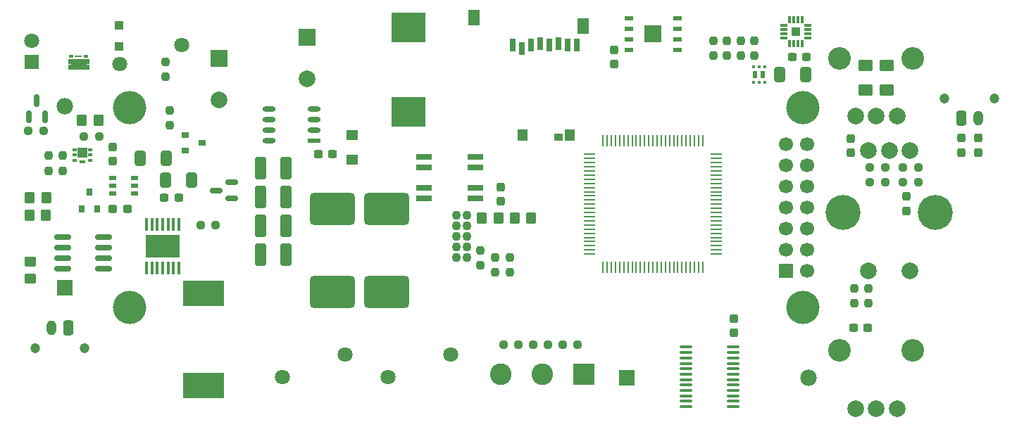
<source format=gts>
%TF.GenerationSoftware,KiCad,Pcbnew,6.0.0-2.fc35*%
%TF.CreationDate,2022-01-11T17:09:13-08:00*%
%TF.ProjectId,Doorbell,446f6f72-6265-46c6-9c2e-6b696361645f,A*%
%TF.SameCoordinates,Original*%
%TF.FileFunction,Soldermask,Top*%
%TF.FilePolarity,Negative*%
%FSLAX46Y46*%
G04 Gerber Fmt 4.6, Leading zero omitted, Abs format (unit mm)*
G04 Created by KiCad (PCBNEW 6.0.0-2.fc35) date 2022-01-11 17:09:13*
%MOMM*%
%LPD*%
G01*
G04 APERTURE LIST*
G04 Aperture macros list*
%AMRoundRect*
0 Rectangle with rounded corners*
0 $1 Rounding radius*
0 $2 $3 $4 $5 $6 $7 $8 $9 X,Y pos of 4 corners*
0 Add a 4 corners polygon primitive as box body*
4,1,4,$2,$3,$4,$5,$6,$7,$8,$9,$2,$3,0*
0 Add four circle primitives for the rounded corners*
1,1,$1+$1,$2,$3*
1,1,$1+$1,$4,$5*
1,1,$1+$1,$6,$7*
1,1,$1+$1,$8,$9*
0 Add four rect primitives between the rounded corners*
20,1,$1+$1,$2,$3,$4,$5,0*
20,1,$1+$1,$4,$5,$6,$7,0*
20,1,$1+$1,$6,$7,$8,$9,0*
20,1,$1+$1,$8,$9,$2,$3,0*%
G04 Aperture macros list end*
%ADD10C,0.010000*%
%ADD11RoundRect,0.250000X-0.412500X-0.650000X0.412500X-0.650000X0.412500X0.650000X-0.412500X0.650000X0*%
%ADD12RoundRect,0.237500X-0.237500X0.300000X-0.237500X-0.300000X0.237500X-0.300000X0.237500X0.300000X0*%
%ADD13RoundRect,0.237500X-0.300000X-0.237500X0.300000X-0.237500X0.300000X0.237500X-0.300000X0.237500X0*%
%ADD14RoundRect,0.237500X0.237500X-0.300000X0.237500X0.300000X-0.237500X0.300000X-0.237500X-0.300000X0*%
%ADD15R,1.400000X1.300000*%
%ADD16R,0.800000X1.500000*%
%ADD17R,1.000000X0.950000*%
%ADD18R,1.300000X1.400000*%
%ADD19R,1.400000X1.900000*%
%ADD20R,5.003800X3.098800*%
%ADD21R,0.300000X0.325000*%
%ADD22R,0.613000X0.950000*%
%ADD23R,0.480000X0.400000*%
%ADD24R,1.150000X1.300000*%
%ADD25R,0.710000X0.400000*%
%ADD26RoundRect,0.150000X0.150000X-0.587500X0.150000X0.587500X-0.150000X0.587500X-0.150000X-0.587500X0*%
%ADD27RoundRect,0.150000X0.587500X0.150000X-0.587500X0.150000X-0.587500X-0.150000X0.587500X-0.150000X0*%
%ADD28RoundRect,0.592800X2.157200X-1.357200X2.157200X1.357200X-2.157200X1.357200X-2.157200X-1.357200X0*%
%ADD29RoundRect,0.237500X-0.237500X0.250000X-0.237500X-0.250000X0.237500X-0.250000X0.237500X0.250000X0*%
%ADD30RoundRect,0.237500X0.250000X0.237500X-0.250000X0.237500X-0.250000X-0.237500X0.250000X-0.237500X0*%
%ADD31RoundRect,0.237500X-0.250000X-0.237500X0.250000X-0.237500X0.250000X0.237500X-0.250000X0.237500X0*%
%ADD32RoundRect,0.250000X-0.350000X-0.450000X0.350000X-0.450000X0.350000X0.450000X-0.350000X0.450000X0*%
%ADD33RoundRect,0.237500X0.237500X-0.250000X0.237500X0.250000X-0.237500X0.250000X-0.237500X-0.250000X0*%
%ADD34RoundRect,0.008100X-0.411900X-0.126900X0.411900X-0.126900X0.411900X0.126900X-0.411900X0.126900X0*%
%ADD35RoundRect,0.008100X-0.126900X-0.411900X0.126900X-0.411900X0.126900X0.411900X-0.126900X0.411900X0*%
%ADD36R,1.100000X1.100000*%
%ADD37RoundRect,0.100000X-0.637500X-0.100000X0.637500X-0.100000X0.637500X0.100000X-0.637500X0.100000X0*%
%ADD38R,1.100000X0.500000*%
%ADD39R,2.000000X2.000000*%
%ADD40R,1.800000X1.800000*%
%ADD41C,1.800000*%
%ADD42R,1.000000X1.000000*%
%ADD43R,0.800000X0.900000*%
%ADD44RoundRect,0.150000X0.825000X0.150000X-0.825000X0.150000X-0.825000X-0.150000X0.825000X-0.150000X0*%
%ADD45RoundRect,0.250000X-0.450000X0.350000X-0.450000X-0.350000X0.450000X-0.350000X0.450000X0.350000X0*%
%ADD46R,0.876300X0.508000*%
%ADD47R,0.500000X0.400000*%
%ADD48R,0.920000X0.285000*%
%ADD49R,0.355600X1.625600*%
%ADD50R,4.089400X2.743200*%
%ADD51RoundRect,0.250000X-0.412500X-1.100000X0.412500X-1.100000X0.412500X1.100000X-0.412500X1.100000X0*%
%ADD52R,1.550000X0.600000*%
%ADD53O,1.550000X0.600000*%
%ADD54RoundRect,0.250001X0.624999X-0.462499X0.624999X0.462499X-0.624999X0.462499X-0.624999X-0.462499X0*%
%ADD55C,2.000000*%
%ADD56R,4.038600X3.556000*%
%ADD57R,1.840000X0.640000*%
%ADD58R,0.900000X0.800000*%
%ADD59RoundRect,0.250000X0.350000X0.450000X-0.350000X0.450000X-0.350000X-0.450000X0.350000X-0.450000X0*%
%ADD60R,0.279400X1.473200*%
%ADD61R,1.473200X0.279400*%
%ADD62R,2.600000X2.600000*%
%ADD63C,2.600000*%
%ADD64C,2.006600*%
%ADD65C,2.717800*%
%ADD66C,1.200000*%
%ADD67RoundRect,0.250000X0.350000X0.650000X-0.350000X0.650000X-0.350000X-0.650000X0.350000X-0.650000X0*%
%ADD68O,1.200000X1.800000*%
%ADD69R,1.980000X1.980000*%
%ADD70C,1.980000*%
%ADD71RoundRect,0.250000X-0.350000X-0.650000X0.350000X-0.650000X0.350000X0.650000X-0.350000X0.650000X0*%
%ADD72C,4.000000*%
%ADD73R,1.700000X1.700000*%
%ADD74C,1.700000*%
%ADD75C,4.200000*%
%ADD76C,1.100000*%
G04 APERTURE END LIST*
D10*
X99523623Y-83650000D02*
X97023623Y-83650000D01*
X97023623Y-83650000D02*
X97023623Y-83075000D01*
X97023623Y-83075000D02*
X97373623Y-83075000D01*
X97373623Y-83075000D02*
X97373623Y-82975000D01*
X97373623Y-82975000D02*
X97023623Y-82975000D01*
X97023623Y-82975000D02*
X97023623Y-82400000D01*
X97023623Y-82400000D02*
X99523623Y-82400000D01*
X99523623Y-82400000D02*
X99523623Y-82975000D01*
X99523623Y-82975000D02*
X99173623Y-82975000D01*
X99173623Y-82975000D02*
X99173623Y-83075000D01*
X99173623Y-83075000D02*
X99523623Y-83075000D01*
X99523623Y-83075000D02*
X99523623Y-83650000D01*
G36*
X99523623Y-82975000D02*
G01*
X99173623Y-82975000D01*
X99173623Y-83075000D01*
X99523623Y-83075000D01*
X99523623Y-83650000D01*
X97023623Y-83650000D01*
X97023623Y-83075000D01*
X97373623Y-83075000D01*
X97373623Y-82975000D01*
X97023623Y-82975000D01*
X97023623Y-82400000D01*
X99523623Y-82400000D01*
X99523623Y-82975000D01*
G37*
X99523623Y-82975000D02*
X99173623Y-82975000D01*
X99173623Y-83075000D01*
X99523623Y-83075000D01*
X99523623Y-83650000D01*
X97023623Y-83650000D01*
X97023623Y-83075000D01*
X97373623Y-83075000D01*
X97373623Y-82975000D01*
X97023623Y-82975000D01*
X97023623Y-82400000D01*
X99523623Y-82400000D01*
X99523623Y-82975000D01*
D11*
X182571123Y-84295000D03*
X185696123Y-84295000D03*
D12*
X204413623Y-91932500D03*
X204413623Y-93657500D03*
X162673623Y-81290000D03*
X162673623Y-83015000D03*
X191163623Y-91980000D03*
X191163623Y-93705000D03*
X197841123Y-98982500D03*
X197841123Y-100707500D03*
D13*
X191471123Y-114755000D03*
X193196123Y-114755000D03*
D14*
X177043623Y-115390000D03*
X177043623Y-113665000D03*
D15*
X131163623Y-91605000D03*
X131163623Y-94505000D03*
D16*
X150463623Y-80755000D03*
X151563623Y-81155000D03*
X152663623Y-80755000D03*
X153763623Y-80555000D03*
X154863623Y-80755000D03*
X155963623Y-80555000D03*
X157063623Y-80755000D03*
X158163623Y-80755000D03*
D17*
X155963623Y-91840000D03*
D18*
X157353623Y-91615000D03*
X151653623Y-91615000D03*
D19*
X158953623Y-78465000D03*
X145803623Y-77465000D03*
D20*
X113353623Y-121694900D03*
X113353623Y-110595100D03*
D21*
X180763623Y-83360000D03*
X180113623Y-83360000D03*
X179463623Y-83360000D03*
D22*
X179647123Y-84285000D03*
D21*
X179463623Y-85210000D03*
X180113623Y-85210000D03*
X180763623Y-85210000D03*
D22*
X180580123Y-84285000D03*
D23*
X97848623Y-93975000D03*
X97848623Y-93325000D03*
X99718623Y-93325000D03*
X99718623Y-93975000D03*
D24*
X98783623Y-93690000D03*
D23*
X97848623Y-94625000D03*
X99718623Y-94625000D03*
D25*
X98783623Y-94750000D03*
D26*
X92333623Y-89342500D03*
X94233623Y-89342500D03*
X93283623Y-87467500D03*
D27*
X116731123Y-99185000D03*
X116731123Y-97285000D03*
X114856123Y-98235000D03*
D28*
X135373623Y-110495000D03*
X135373623Y-100495000D03*
X128853623Y-110485000D03*
X128853623Y-100485000D03*
D29*
X150123623Y-106292500D03*
X150123623Y-108117500D03*
D30*
X114766123Y-102415000D03*
X112941123Y-102415000D03*
D31*
X92271123Y-91095000D03*
X94096123Y-91095000D03*
D32*
X98673623Y-89795000D03*
X100673623Y-89795000D03*
D33*
X109223623Y-90427500D03*
X109223623Y-88602500D03*
D30*
X195253623Y-97205000D03*
X193428623Y-97205000D03*
D31*
X197428623Y-97205000D03*
X199253623Y-97205000D03*
X193428623Y-95485000D03*
X195253623Y-95485000D03*
X197428623Y-95485000D03*
X199253623Y-95485000D03*
D33*
X193283623Y-111817500D03*
X193283623Y-109992500D03*
X191563623Y-111817500D03*
X191563623Y-109992500D03*
D31*
X149369123Y-116789000D03*
X151194123Y-116789000D03*
X156493123Y-116789000D03*
X158318123Y-116789000D03*
D34*
X183078623Y-78365000D03*
X183078623Y-78865000D03*
X183078623Y-79365000D03*
X183078623Y-79865000D03*
D35*
X183763623Y-80550000D03*
X184263623Y-80550000D03*
X184763623Y-80550000D03*
X185263623Y-80550000D03*
D34*
X185948623Y-79865000D03*
X185948623Y-79365000D03*
X185948623Y-78865000D03*
X185948623Y-78365000D03*
D35*
X185263623Y-77680000D03*
X184763623Y-77680000D03*
X184263623Y-77680000D03*
X183763623Y-77680000D03*
D36*
X184513623Y-79115000D03*
D37*
X171301123Y-117100000D03*
X171301123Y-117750000D03*
X171301123Y-118400000D03*
X171301123Y-119050000D03*
X171301123Y-119700000D03*
X171301123Y-120350000D03*
X171301123Y-121000000D03*
X171301123Y-121650000D03*
X171301123Y-122300000D03*
X171301123Y-122950000D03*
X171301123Y-123600000D03*
X171301123Y-124250000D03*
X177026123Y-124250000D03*
X177026123Y-123600000D03*
X177026123Y-122950000D03*
X177026123Y-122300000D03*
X177026123Y-121650000D03*
X177026123Y-121000000D03*
X177026123Y-120350000D03*
X177026123Y-119700000D03*
X177026123Y-119050000D03*
X177026123Y-118400000D03*
X177026123Y-117750000D03*
X177026123Y-117100000D03*
D38*
X170263623Y-81290000D03*
X170263623Y-80020000D03*
X170263623Y-78750000D03*
X170263623Y-77480000D03*
X164463623Y-77480000D03*
X164463623Y-78750000D03*
X164463623Y-80020000D03*
X164463623Y-81290000D03*
D39*
X167363623Y-79385000D03*
D31*
X98961123Y-91735000D03*
X100786123Y-91735000D03*
X152927123Y-116789000D03*
X154752123Y-116789000D03*
D13*
X102411123Y-100485000D03*
X104136123Y-100485000D03*
D40*
X92703623Y-82765000D03*
D41*
X92703623Y-80225000D03*
D42*
X103183623Y-78385000D03*
X103183623Y-80885000D03*
D29*
X108773623Y-82732500D03*
X108773623Y-84557500D03*
D11*
X105701123Y-94355000D03*
X108826123Y-94355000D03*
D14*
X102423623Y-94697500D03*
X102423623Y-92972500D03*
D32*
X92403623Y-99105000D03*
X94403623Y-99105000D03*
D33*
X96393623Y-95887500D03*
X96393623Y-94062500D03*
X94673623Y-95887500D03*
X94673623Y-94062500D03*
D43*
X100563623Y-100465000D03*
X99613623Y-98465000D03*
X98663623Y-100465000D03*
D44*
X101298623Y-107620000D03*
X101298623Y-106350000D03*
X101298623Y-105080000D03*
X101298623Y-103810000D03*
X96348623Y-103810000D03*
X96348623Y-105080000D03*
X96348623Y-106350000D03*
X96348623Y-107620000D03*
D45*
X92483623Y-106825000D03*
X92483623Y-108825000D03*
D32*
X92393623Y-101265000D03*
X94393623Y-101265000D03*
D46*
X105058073Y-98635001D03*
X105058073Y-97685000D03*
X105058073Y-96734999D03*
X102429173Y-96734999D03*
X102429173Y-97685000D03*
X102429173Y-98635001D03*
D11*
X108751123Y-96975000D03*
X111876123Y-96975000D03*
D13*
X108621123Y-99115000D03*
X110346123Y-99115000D03*
D47*
X99173623Y-82050000D03*
D48*
X98273623Y-82050000D03*
D47*
X97373623Y-82050000D03*
D49*
X110363624Y-102333400D03*
X109713623Y-102333400D03*
X109063622Y-102333400D03*
X108413623Y-102333400D03*
X107763624Y-102333400D03*
X107113623Y-102333400D03*
X106463624Y-102333400D03*
X106463622Y-107616600D03*
X107113623Y-107616600D03*
X107763622Y-107616600D03*
X108413623Y-107616600D03*
X109063622Y-107616600D03*
X109713623Y-107616600D03*
X110363622Y-107616600D03*
D50*
X108413623Y-104975000D03*
D51*
X120141123Y-105935000D03*
X123266123Y-105935000D03*
X120141123Y-102475000D03*
X123266123Y-102475000D03*
X120141123Y-95555000D03*
X123266123Y-95555000D03*
X120141123Y-99015000D03*
X123266123Y-99015000D03*
D52*
X126593623Y-92270000D03*
D53*
X126593623Y-91000000D03*
X126593623Y-89730000D03*
X126593623Y-88460000D03*
X121193623Y-88460000D03*
X121193623Y-89730000D03*
X121193623Y-91000000D03*
X121193623Y-92270000D03*
D54*
X195473623Y-86162500D03*
X195473623Y-83187500D03*
X192913623Y-86142500D03*
X192913623Y-83167500D03*
D39*
X125783623Y-79765000D03*
D55*
X125783623Y-84765000D03*
D56*
X137943623Y-78585000D03*
X137943623Y-88745000D03*
D57*
X139798623Y-94170000D03*
X139798623Y-95440000D03*
X145968623Y-95440000D03*
X145968623Y-94170000D03*
X139798623Y-97930000D03*
X139798623Y-99200000D03*
X145968623Y-99200000D03*
X145968623Y-97930000D03*
D13*
X184101123Y-82155000D03*
X185826123Y-82155000D03*
D29*
X174583623Y-80192500D03*
X174583623Y-82017500D03*
D33*
X179563623Y-82017500D03*
X179563623Y-80192500D03*
D29*
X176243623Y-80192500D03*
X176243623Y-82017500D03*
X177903623Y-80192500D03*
X177903623Y-82017500D03*
D12*
X206413623Y-91932500D03*
X206413623Y-93657500D03*
D58*
X111113623Y-93435000D03*
X113113623Y-92485000D03*
X111113623Y-91535000D03*
D39*
X115203623Y-82305000D03*
D55*
X115203623Y-87305000D03*
D13*
X127111123Y-93845000D03*
X128836123Y-93845000D03*
D29*
X146603623Y-105452500D03*
X146603623Y-107277500D03*
D59*
X152723623Y-101525000D03*
X150723623Y-101525000D03*
D29*
X148403623Y-106292500D03*
X148403623Y-108117500D03*
D59*
X148763623Y-101525000D03*
X146763623Y-101525000D03*
D60*
X161343622Y-107515000D03*
X161843624Y-107515000D03*
X162343623Y-107515000D03*
X162843622Y-107515000D03*
X163343623Y-107515000D03*
X163843622Y-107515000D03*
X164343624Y-107515000D03*
X164843623Y-107515000D03*
X165343622Y-107515000D03*
X165843623Y-107515000D03*
X166343622Y-107515000D03*
X166843621Y-107515000D03*
X167343623Y-107515000D03*
X167843622Y-107515000D03*
X168343624Y-107515000D03*
X168843623Y-107515000D03*
X169343622Y-107515000D03*
X169843623Y-107515000D03*
X170343622Y-107515000D03*
X170843624Y-107515000D03*
X171343623Y-107515000D03*
X171843622Y-107515000D03*
X172343623Y-107515000D03*
X172843622Y-107515000D03*
X173343624Y-107515000D03*
D61*
X174963623Y-105895001D03*
X174963623Y-105394999D03*
X174963623Y-104895000D03*
X174963623Y-104395001D03*
X174963623Y-103895000D03*
X174963623Y-103395001D03*
X174963623Y-102894999D03*
X174963623Y-102395000D03*
X174963623Y-101895001D03*
X174963623Y-101395000D03*
X174963623Y-100895001D03*
X174963623Y-100394999D03*
X174963623Y-99895000D03*
X174963623Y-99395001D03*
X174963623Y-98894999D03*
X174963623Y-98395000D03*
X174963623Y-97894999D03*
X174963623Y-97395000D03*
X174963623Y-96895001D03*
X174963623Y-96394999D03*
X174963623Y-95895000D03*
X174963623Y-95394999D03*
X174963623Y-94895000D03*
X174963623Y-94395001D03*
X174963623Y-93894999D03*
D60*
X173343624Y-92275000D03*
X172843622Y-92275000D03*
X172343623Y-92275000D03*
X171843624Y-92275000D03*
X171343623Y-92275000D03*
X170843624Y-92275000D03*
X170343622Y-92275000D03*
X169843623Y-92275000D03*
X169343624Y-92275000D03*
X168843623Y-92275000D03*
X168343624Y-92275000D03*
X167843622Y-92275000D03*
X167343623Y-92275000D03*
X166843624Y-92275000D03*
X166343622Y-92275000D03*
X165843623Y-92275000D03*
X165343622Y-92275000D03*
X164843623Y-92275000D03*
X164343624Y-92275000D03*
X163843622Y-92275000D03*
X163343623Y-92275000D03*
X162843622Y-92275000D03*
X162343623Y-92275000D03*
X161843624Y-92275000D03*
X161343622Y-92275000D03*
D61*
X159723623Y-93894999D03*
X159723623Y-94395001D03*
X159723623Y-94895000D03*
X159723623Y-95394999D03*
X159723623Y-95895000D03*
X159723623Y-96394999D03*
X159723623Y-96895001D03*
X159723623Y-97395000D03*
X159723623Y-97894999D03*
X159723623Y-98395000D03*
X159723623Y-98894999D03*
X159723623Y-99395001D03*
X159723623Y-99895000D03*
X159723623Y-100394999D03*
X159723623Y-100895001D03*
X159723623Y-101395000D03*
X159723623Y-101895001D03*
X159723623Y-102395000D03*
X159723623Y-102894999D03*
X159723623Y-103395001D03*
X159723623Y-103895000D03*
X159723623Y-104395001D03*
X159723623Y-104895000D03*
X159723623Y-105394999D03*
X159723623Y-105895001D03*
D12*
X149033623Y-97802500D03*
X149033623Y-99527500D03*
D62*
X159053623Y-120375000D03*
D63*
X154053623Y-120375000D03*
X149053623Y-120375000D03*
D41*
X103203623Y-83015000D03*
X110703623Y-80715000D03*
D64*
X196683623Y-124483000D03*
X194194423Y-124483000D03*
X191705223Y-124483000D03*
D65*
X198594623Y-117483000D03*
X189794223Y-117483000D03*
D66*
X99043623Y-117195000D03*
X93043623Y-117195000D03*
D67*
X97043623Y-114795000D03*
D68*
X95043623Y-114795000D03*
D69*
X96643623Y-109965000D03*
D70*
X96643623Y-88125000D03*
D69*
X164233623Y-120795000D03*
D70*
X186073623Y-120795000D03*
D66*
X208413623Y-87135000D03*
X202413623Y-87135000D03*
D71*
X204413623Y-89535000D03*
D68*
X206413623Y-89535000D03*
D72*
X185393623Y-88280000D03*
X104393623Y-112280000D03*
X185393623Y-112280000D03*
X104393623Y-88280000D03*
D73*
X183353623Y-107900000D03*
D74*
X185893623Y-107900000D03*
X183353623Y-105360000D03*
X185893623Y-105360000D03*
X183353623Y-102820000D03*
X185893623Y-102820000D03*
X183353623Y-100280000D03*
X185893623Y-100280000D03*
X183353623Y-97740000D03*
X185893623Y-97740000D03*
X183353623Y-95200000D03*
X185893623Y-95200000D03*
X183353623Y-92660000D03*
X185893623Y-92660000D03*
D64*
X196693623Y-89315000D03*
X194204423Y-89315000D03*
X191715223Y-89315000D03*
D65*
X198604623Y-82315000D03*
X189804223Y-82315000D03*
D41*
X135543623Y-120695000D03*
X143043623Y-117995000D03*
D55*
X193253623Y-107895000D03*
X198253623Y-107895000D03*
X193253623Y-93395000D03*
X198253623Y-93395000D03*
X195753623Y-93395000D03*
D75*
X190203623Y-100895000D03*
X201303623Y-100895000D03*
D41*
X122843623Y-120695000D03*
X130343623Y-117995000D03*
D76*
X143733623Y-106305000D03*
X145003623Y-106305000D03*
X143733623Y-105035000D03*
X145003623Y-105035000D03*
X143733623Y-103765000D03*
X145003623Y-103765000D03*
X143733623Y-102495000D03*
X145003623Y-102495000D03*
X143733623Y-101225000D03*
X145003623Y-101225000D03*
M02*

</source>
